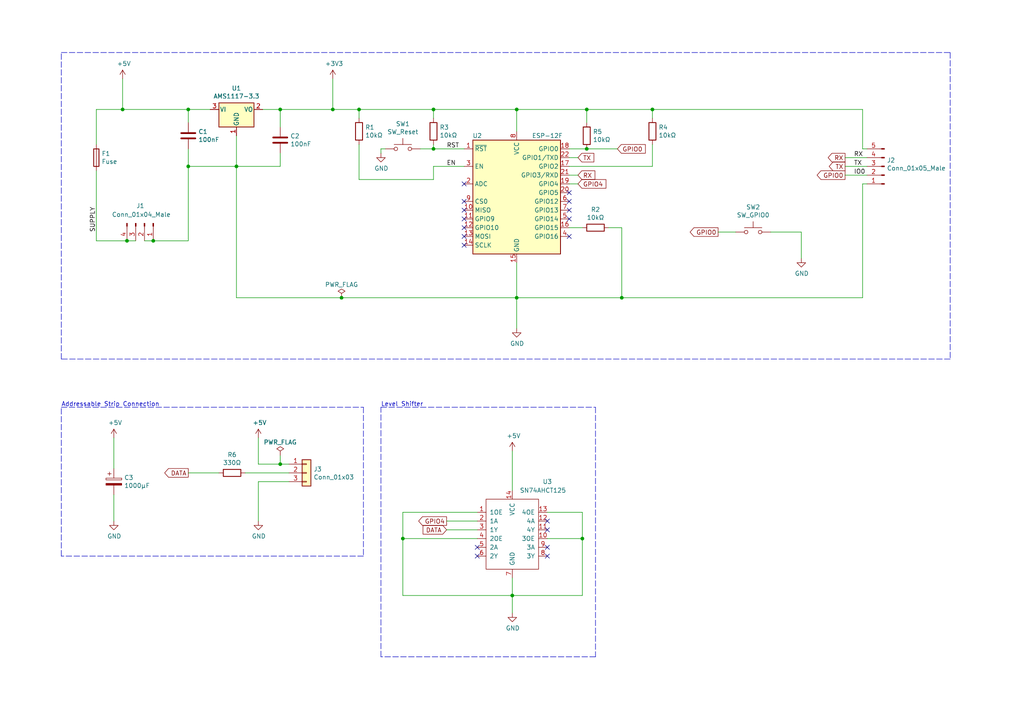
<source format=kicad_sch>
(kicad_sch (version 20211123) (generator eeschema)
  (paper "A4")
  (title_block (title "WS2812 Controller") (date "2022-01-30") (rev "0.6") (company "haus-automatisierung.com") (comment 1 "Matthias Kleine"))
  (lib_symbols
    (symbol "Connector:Conn_01x04_Male" (pin_names (offset 1.016) hide)
      (property "Reference" "J" (at 0 5.08 0))
      (property "Value" "Conn_01x04_Male" (at 0 -7.62 0))
      (symbol "Conn_01x04_Male_1_1"
        (polyline (pts (xy 1.27 -5.08) (xy 0.8636 -5.08)) (stroke (width 0.1524)))
        (polyline (pts (xy 1.27 -2.54) (xy 0.8636 -2.54)) (stroke (width 0.1524)))
        (polyline (pts (xy 1.27 0) (xy 0.8636 0)) (stroke (width 0.1524)))
        (polyline (pts (xy 1.27 2.54) (xy 0.8636 2.54)) (stroke (width 0.1524)))
        (rectangle (start 0.8636 -4.953) (end 0 -5.207) (stroke (width 0.1524)) (fill (type outline)))
        (rectangle (start 0.8636 -2.413) (end 0 -2.667) (stroke (width 0.1524)) (fill (type outline)))
        (rectangle (start 0.8636 0.127) (end 0 -0.127) (stroke (width 0.1524)) (fill (type outline)))
        (rectangle (start 0.8636 2.667) (end 0 2.413) (stroke (width 0.1524)) (fill (type outline)))
        (pin passive line (at 5.08 2.54 180) (length 3.81) (name "Pin_1") (number "1"))
        (pin passive line (at 5.08 0 180) (length 3.81) (name "Pin_2") (number "2"))
        (pin passive line (at 5.08 -2.54 180) (length 3.81) (name "Pin_3") (number "3"))
        (pin passive line (at 5.08 -5.08 180) (length 3.81) (name "Pin_4") (number "4"))
      )
    )
    (symbol "Connector:Conn_01x05_Male" (pin_names (offset 1.016) hide)
      (property "Reference" "J" (at 0 7.62 0))
      (property "Value" "Conn_01x05_Male" (at 0 -7.62 0))
      (symbol "Conn_01x05_Male_1_1"
        (polyline (pts (xy 1.27 -5.08) (xy 0.8636 -5.08)) (stroke (width 0.1524)))
        (polyline (pts (xy 1.27 -2.54) (xy 0.8636 -2.54)) (stroke (width 0.1524)))
        (polyline (pts (xy 1.27 0) (xy 0.8636 0)) (stroke (width 0.1524)))
        (polyline (pts (xy 1.27 2.54) (xy 0.8636 2.54)) (stroke (width 0.1524)))
        (polyline (pts (xy 1.27 5.08) (xy 0.8636 5.08)) (stroke (width 0.1524)))
        (rectangle (start 0.8636 -4.953) (end 0 -5.207) (stroke (width 0.1524)) (fill (type outline)))
        (rectangle (start 0.8636 -2.413) (end 0 -2.667) (stroke (width 0.1524)) (fill (type outline)))
        (rectangle (start 0.8636 0.127) (end 0 -0.127) (stroke (width 0.1524)) (fill (type outline)))
        (rectangle (start 0.8636 2.667) (end 0 2.413) (stroke (width 0.1524)) (fill (type outline)))
        (rectangle (start 0.8636 5.207) (end 0 4.953) (stroke (width 0.1524)) (fill (type outline)))
        (pin passive line (at 5.08 5.08 180) (length 3.81) (name "Pin_1") (number "1"))
        (pin passive line (at 5.08 2.54 180) (length 3.81) (name "Pin_2") (number "2"))
        (pin passive line (at 5.08 0 180) (length 3.81) (name "Pin_3") (number "3"))
        (pin passive line (at 5.08 -2.54 180) (length 3.81) (name "Pin_4") (number "4"))
        (pin passive line (at 5.08 -5.08 180) (length 3.81) (name "Pin_5") (number "5"))
      )
    )
    (symbol "Connector_Generic:Conn_01x03" (pin_names (offset 1.016) hide)
      (property "Reference" "J" (at 0 5.08 0))
      (property "Value" "Conn_01x03" (at 0 -5.08 0))
      (symbol "Conn_01x03_1_1"
        (rectangle (start -1.27 -2.413) (end 0 -2.667) (stroke (width 0.1524)))
        (rectangle (start -1.27 0.127) (end 0 -0.127) (stroke (width 0.1524)))
        (rectangle (start -1.27 2.667) (end 0 2.413) (stroke (width 0.1524)))
        (rectangle (start -1.27 3.81) (end 1.27 -3.81) (stroke (width 0.254)) (fill (type background)))
        (pin passive line (at -5.08 2.54 0) (length 3.81) (name "Pin_1") (number "1"))
        (pin passive line (at -5.08 0 0) (length 3.81) (name "Pin_2") (number "2"))
        (pin passive line (at -5.08 -2.54 0) (length 3.81) (name "Pin_3") (number "3"))
      )
    )
    (symbol "Custom Symbols CB:SN74AHCT125" (pin_names (offset 1.016))
      (property "Reference" "U" (at 2.54 -3.81 0))
      (property "Value" "SN74AHCT125" (at 2.54 -6.35 0))
      (symbol "SN74AHCT125_0_1"
        (rectangle (start -7.62 -7.62) (end 7.62 -27.94))
      )
      (symbol "SN74AHCT125_1_1"
        (pin input line (at -10.16 -11.43 0) (length 2.54) (name "1OE") (number "1"))
        (pin input line (at 10.16 -19.05 180) (length 2.54) (name "3OE") (number "10"))
        (pin output line (at 10.16 -16.51 180) (length 2.54) (name "4Y") (number "11"))
        (pin input line (at 10.16 -13.97 180) (length 2.54) (name "4A") (number "12"))
        (pin input line (at 10.16 -11.43 180) (length 2.54) (name "4OE") (number "13"))
        (pin power_in line (at 0 -5.08 270) (length 2.54) (name "VCC") (number "14"))
        (pin input line (at -10.16 -13.97 0) (length 2.54) (name "1A") (number "2"))
        (pin output line (at -10.16 -16.51 0) (length 2.54) (name "1Y") (number "3"))
        (pin input line (at -10.16 -19.05 0) (length 2.54) (name "2OE") (number "4"))
        (pin input line (at -10.16 -21.59 0) (length 2.54) (name "2A") (number "5"))
        (pin output line (at -10.16 -24.13 0) (length 2.54) (name "2Y") (number "6"))
        (pin power_in line (at 0 -30.48 90) (length 2.54) (name "GND") (number "7"))
        (pin output line (at 10.16 -24.13 180) (length 2.54) (name "3Y") (number "8"))
        (pin input line (at 10.16 -21.59 180) (length 2.54) (name "3A") (number "9"))
      )
    )
    (symbol "Device:C" (pin_numbers hide) (pin_names (offset 0.254))
      (property "Reference" "C" (at 0.635 2.54 0))
      (property "Value" "C" (at 0.635 -2.54 0))
      (symbol "C_0_1"
        (polyline (pts (xy -2.032 -0.762) (xy 2.032 -0.762)) (stroke (width 0.508)))
        (polyline (pts (xy -2.032 0.762) (xy 2.032 0.762)) (stroke (width 0.508)))
      )
      (symbol "C_1_1"
        (pin passive line (at 0 3.81 270) (length 2.794) (name "~") (number "1"))
        (pin passive line (at 0 -3.81 90) (length 2.794) (name "~") (number "2"))
      )
    )
    (symbol "Device:CP" (pin_numbers hide) (pin_names (offset 0.254))
      (property "Reference" "C" (at 0.635 2.54 0))
      (property "Value" "Device_CP" (at 0.635 -2.54 0))
      (symbol "CP_0_1"
        (rectangle (start -2.286 0.508) (end 2.286 1.016))
        (polyline (pts (xy -1.778 2.286) (xy -0.762 2.286)))
        (polyline (pts (xy -1.27 2.794) (xy -1.27 1.778)))
        (rectangle (start 2.286 -0.508) (end -2.286 -1.016) (fill (type outline)))
      )
      (symbol "CP_1_1"
        (pin passive line (at 0 3.81 270) (length 2.794) (name "~") (number "1"))
        (pin passive line (at 0 -3.81 90) (length 2.794) (name "~") (number "2"))
      )
    )
    (symbol "Device:Fuse" (pin_numbers hide) (pin_names (offset 0))
      (property "Reference" "F" (at 2.032 0 90))
      (property "Value" "Fuse" (at -1.905 0 90))
      (symbol "Fuse_0_1"
        (rectangle (start -0.762 -2.54) (end 0.762 2.54) (stroke (width 0.254)))
        (polyline (pts (xy 0 2.54) (xy 0 -2.54)))
      )
      (symbol "Fuse_1_1"
        (pin passive line (at 0 3.81 270) (length 1.27) (name "~") (number "1"))
        (pin passive line (at 0 -3.81 90) (length 1.27) (name "~") (number "2"))
      )
    )
    (symbol "Device:R" (pin_numbers hide) (pin_names (offset 0))
      (property "Reference" "R" (at 2.032 0 90))
      (property "Value" "R" (at 0 0 90))
      (symbol "R_0_1"
        (rectangle (start -1.016 -2.54) (end 1.016 2.54) (stroke (width 0.254)))
      )
      (symbol "R_1_1"
        (pin passive line (at 0 3.81 270) (length 1.27) (name "~") (number "1"))
        (pin passive line (at 0 -3.81 90) (length 1.27) (name "~") (number "2"))
      )
    )
    (symbol "RF_Module:ESP-12F"
      (property "Reference" "U" (at -12.7 19.05 0))
      (property "Value" "ESP-12F" (at 12.7 19.05 0))
      (symbol "ESP-12F_0_1"
        (rectangle (start -12.7 17.78) (end 12.7 -15.24) (stroke (width 0.254)) (fill (type background)))
      )
      (symbol "ESP-12F_1_1"
        (pin input line (at -15.24 15.24 0) (length 2.54) (name "~{RST}") (number "1"))
        (pin bidirectional line (at -15.24 -2.54 0) (length 2.54) (name "MISO") (number "10"))
        (pin bidirectional line (at -15.24 -5.08 0) (length 2.54) (name "GPIO9") (number "11"))
        (pin bidirectional line (at -15.24 -7.62 0) (length 2.54) (name "GPIO10") (number "12"))
        (pin bidirectional line (at -15.24 -10.16 0) (length 2.54) (name "MOSI") (number "13"))
        (pin bidirectional line (at -15.24 -12.7 0) (length 2.54) (name "SCLK") (number "14"))
        (pin power_in line (at 0 -17.78 90) (length 2.54) (name "GND") (number "15"))
        (pin bidirectional line (at 15.24 -7.62 180) (length 2.54) (name "GPIO15") (number "16"))
        (pin bidirectional line (at 15.24 10.16 180) (length 2.54) (name "GPIO2") (number "17"))
        (pin bidirectional line (at 15.24 15.24 180) (length 2.54) (name "GPIO0") (number "18"))
        (pin bidirectional line (at 15.24 5.08 180) (length 2.54) (name "GPIO4") (number "19"))
        (pin input line (at -15.24 5.08 0) (length 2.54) (name "ADC") (number "2"))
        (pin bidirectional line (at 15.24 2.54 180) (length 2.54) (name "GPIO5") (number "20"))
        (pin bidirectional line (at 15.24 7.62 180) (length 2.54) (name "GPIO3/RXD") (number "21"))
        (pin bidirectional line (at 15.24 12.7 180) (length 2.54) (name "GPIO1/TXD") (number "22"))
        (pin input line (at -15.24 10.16 0) (length 2.54) (name "EN") (number "3"))
        (pin bidirectional line (at 15.24 -10.16 180) (length 2.54) (name "GPIO16") (number "4"))
        (pin bidirectional line (at 15.24 -5.08 180) (length 2.54) (name "GPIO14") (number "5"))
        (pin bidirectional line (at 15.24 0 180) (length 2.54) (name "GPIO12") (number "6"))
        (pin bidirectional line (at 15.24 -2.54 180) (length 2.54) (name "GPIO13") (number "7"))
        (pin power_in line (at 0 20.32 270) (length 2.54) (name "VCC") (number "8"))
        (pin input line (at -15.24 0 0) (length 2.54) (name "CS0") (number "9"))
      )
    )
    (symbol "Regulator_Linear:AMS1117-3.3" (pin_names (offset 0.254))
      (property "Reference" "U" (at -3.81 3.175 0))
      (property "Value" "AMS1117-3.3" (at 0 3.175 0))
      (symbol "AMS1117-3.3_0_1"
        (rectangle (start -5.08 -5.08) (end 5.08 1.905) (stroke (width 0.254)) (fill (type background)))
      )
      (symbol "AMS1117-3.3_1_1"
        (pin power_in line (at 0 -7.62 90) (length 2.54) (name "GND") (number "1"))
        (pin power_out line (at 7.62 0 180) (length 2.54) (name "VO") (number "2"))
        (pin power_in line (at -7.62 0 0) (length 2.54) (name "VI") (number "3"))
      )
    )
    (symbol "Switch:SW_Push" (pin_numbers hide) (pin_names (offset 1.016) hide)
      (property "Reference" "SW" (at 1.27 2.54 0))
      (property "Value" "SW_Push" (at 0 -1.524 0))
      (symbol "SW_Push_0_1"
        (circle (center -2.032 0) (radius 0.508))
        (polyline (pts (xy 0 1.27) (xy 0 3.048)))
        (polyline (pts (xy 2.54 1.27) (xy -2.54 1.27)))
        (circle (center 2.032 0) (radius 0.508))
        (pin passive line (at -5.08 0 0) (length 2.54) (name "1") (number "1"))
        (pin passive line (at 5.08 0 180) (length 2.54) (name "2") (number "2"))
      )
    )
    (symbol "power:+3V3" (power) (pin_names (offset 0))
      (property "Value" "+3V3" (at 0 3.556 0))
      (symbol "+3V3_0_1"
        (polyline (pts (xy -0.762 1.27) (xy 0 2.54)))
        (polyline (pts (xy 0 0) (xy 0 2.54)))
        (polyline (pts (xy 0 2.54) (xy 0.762 1.27)))
      )
      (symbol "+3V3_1_1"
        (pin power_in line (at 0 0 90) (length 0) hide (name "+3V3") (number "1"))
      )
    )
    (symbol "power:+5V" (power) (pin_names (offset 0))
      (property "Value" "+5V" (at 0 3.556 0))
      (symbol "+5V_0_1"
        (polyline (pts (xy -0.762 1.27) (xy 0 2.54)))
        (polyline (pts (xy 0 0) (xy 0 2.54)))
        (polyline (pts (xy 0 2.54) (xy 0.762 1.27)))
      )
      (symbol "+5V_1_1"
        (pin power_in line (at 0 0 90) (length 0) hide (name "+5V") (number "1"))
      )
    )
    (symbol "power:GND" (power) (pin_names (offset 0))
      (property "Value" "GND" (at 0 -3.81 0))
      (symbol "GND_0_1"
        (polyline (pts (xy 0 0) (xy 0 -1.27) (xy 1.27 -1.27) (xy 0 -2.54) (xy -1.27 -1.27) (xy 0 -1.27)))
      )
      (symbol "GND_1_1"
        (pin power_in line (at 0 0 270) (length 0) hide (name "GND") (number "1"))
      )
    )
    (symbol "power:PWR_FLAG" (power) (pin_numbers hide) (pin_names (offset 0) hide)
      (property "Value" "PWR_FLAG" (at 0 3.81 0))
      (symbol "PWR_FLAG_0_0"
        (pin power_out line (at 0 0 90) (length 0) (name "pwr") (number "1"))
      )
      (symbol "PWR_FLAG_0_1"
        (polyline (pts (xy 0 0) (xy 0 1.27) (xy -1.016 1.905) (xy 0 2.54) (xy 1.016 1.905) (xy 0 1.27)))
      )
    )
  )
  (junction (at 36.83 69.85))
  (junction (at 35.56 31.75))
  (junction (at 116.84 156.21))
  (junction (at 180.34 86.36))
  (junction (at 125.73 31.75))
  (junction (at 81.28 31.75))
  (junction (at 149.86 86.36))
  (junction (at 149.86 31.75))
  (junction (at 168.91 156.21))
  (junction (at 148.59 172.72))
  (junction (at 125.73 43.18))
  (junction (at 68.58 48.26))
  (junction (at 81.28 134.62))
  (junction (at 99.06 86.36))
  (junction (at 170.18 31.75))
  (junction (at 170.18 43.18))
  (junction (at 104.14 31.75))
  (junction (at 54.61 48.26))
  (junction (at 189.23 31.75))
  (junction (at 54.61 31.75))
  (junction (at 44.45 69.85))
  (junction (at 96.52 31.75))
  (no_connect (at 165.1 55.88))
  (no_connect (at 158.75 153.67))
  (no_connect (at 134.62 53.34))
  (no_connect (at 134.62 68.58))
  (no_connect (at 165.1 60.96))
  (no_connect (at 134.62 58.42))
  (no_connect (at 134.62 60.96))
  (no_connect (at 134.62 71.12))
  (no_connect (at 138.43 158.75))
  (no_connect (at 158.75 151.13))
  (no_connect (at 134.62 66.04))
  (no_connect (at 165.1 68.58))
  (no_connect (at 165.1 63.5))
  (no_connect (at 158.75 161.29))
  (no_connect (at 138.43 161.29))
  (no_connect (at 165.1 58.42))
  (no_connect (at 134.62 63.5))
  (no_connect (at 158.75 158.75))
  (wire (pts (xy 33.02 151.13) (xy 33.02 143.51)))
  (polyline (pts (xy 110.49 190.5) (xy 110.49 118.11)))
  (polyline (pts (xy 17.78 15.24) (xy 275.59 15.24)))
  (wire (pts (xy 245.11 50.8) (xy 251.46 50.8)))
  (wire (pts (xy 35.56 31.75) (xy 35.56 22.86)))
  (wire (pts (xy 250.19 43.18) (xy 250.19 31.75)))
  (polyline (pts (xy 172.72 190.5) (xy 110.49 190.5)))
  (wire (pts (xy 54.61 31.75) (xy 60.96 31.75)))
  (wire (pts (xy 81.28 31.75) (xy 96.52 31.75)))
  (wire (pts (xy 170.18 35.56) (xy 170.18 31.75)))
  (wire (pts (xy 125.73 52.07) (xy 104.14 52.07)))
  (wire (pts (xy 104.14 34.29) (xy 104.14 31.75)))
  (wire (pts (xy 104.14 52.07) (xy 104.14 41.91)))
  (wire (pts (xy 149.86 31.75) (xy 149.86 38.1)))
  (wire (pts (xy 232.41 67.31) (xy 232.41 74.93)))
  (wire (pts (xy 54.61 43.18) (xy 54.61 48.26)))
  (wire (pts (xy 74.93 139.7) (xy 83.82 139.7)))
  (wire (pts (xy 125.73 48.26) (xy 125.73 52.07)))
  (wire (pts (xy 167.64 50.8) (xy 165.1 50.8)))
  (wire (pts (xy 167.64 53.34) (xy 165.1 53.34)))
  (wire (pts (xy 148.59 172.72) (xy 116.84 172.72)))
  (wire (pts (xy 125.73 43.18) (xy 121.92 43.18)))
  (wire (pts (xy 208.28 67.31) (xy 213.36 67.31)))
  (wire (pts (xy 129.54 151.13) (xy 138.43 151.13)))
  (wire (pts (xy 54.61 137.16) (xy 63.5 137.16)))
  (wire (pts (xy 76.2 31.75) (xy 81.28 31.75)))
  (wire (pts (xy 41.91 69.85) (xy 44.45 69.85)))
  (wire (pts (xy 39.37 69.85) (xy 36.83 69.85)))
  (wire (pts (xy 189.23 34.29) (xy 189.23 31.75)))
  (wire (pts (xy 81.28 132.08) (xy 81.28 134.62)))
  (wire (pts (xy 96.52 22.86) (xy 96.52 31.75)))
  (wire (pts (xy 245.11 45.72) (xy 251.46 45.72)))
  (wire (pts (xy 189.23 48.26) (xy 189.23 41.91)))
  (wire (pts (xy 54.61 48.26) (xy 68.58 48.26)))
  (polyline (pts (xy 275.59 104.14) (xy 17.78 104.14)))
  (wire (pts (xy 81.28 36.83) (xy 81.28 31.75)))
  (wire (pts (xy 165.1 43.18) (xy 170.18 43.18)))
  (wire (pts (xy 44.45 69.85) (xy 54.61 69.85)))
  (wire (pts (xy 149.86 31.75) (xy 170.18 31.75)))
  (wire (pts (xy 81.28 44.45) (xy 81.28 48.26)))
  (polyline (pts (xy 105.41 118.11) (xy 105.41 161.29)))
  (wire (pts (xy 168.91 66.04) (xy 165.1 66.04)))
  (wire (pts (xy 158.75 156.21) (xy 168.91 156.21)))
  (wire (pts (xy 96.52 31.75) (xy 104.14 31.75)))
  (wire (pts (xy 36.83 69.85) (xy 27.94 69.85)))
  (wire (pts (xy 158.75 148.59) (xy 168.91 148.59)))
  (wire (pts (xy 116.84 148.59) (xy 116.84 156.21)))
  (wire (pts (xy 125.73 34.29) (xy 125.73 31.75)))
  (polyline (pts (xy 275.59 15.24) (xy 275.59 104.14)))
  (wire (pts (xy 110.49 43.18) (xy 110.49 44.45)))
  (wire (pts (xy 251.46 53.34) (xy 250.19 53.34)))
  (wire (pts (xy 125.73 31.75) (xy 149.86 31.75)))
  (wire (pts (xy 189.23 31.75) (xy 170.18 31.75)))
  (wire (pts (xy 134.62 43.18) (xy 125.73 43.18)))
  (wire (pts (xy 148.59 130.81) (xy 148.59 142.24)))
  (wire (pts (xy 250.19 53.34) (xy 250.19 86.36)))
  (wire (pts (xy 149.86 76.2) (xy 149.86 86.36)))
  (polyline (pts (xy 110.49 118.11) (xy 172.72 118.11)))
  (wire (pts (xy 74.93 151.13) (xy 74.93 139.7)))
  (polyline (pts (xy 17.78 104.14) (xy 17.78 15.24)))
  (wire (pts (xy 74.93 134.62) (xy 81.28 134.62)))
  (wire (pts (xy 27.94 31.75) (xy 35.56 31.75)))
  (wire (pts (xy 54.61 35.56) (xy 54.61 31.75)))
  (wire (pts (xy 68.58 48.26) (xy 81.28 48.26)))
  (wire (pts (xy 33.02 127) (xy 33.02 135.89)))
  (wire (pts (xy 149.86 86.36) (xy 149.86 95.25)))
  (wire (pts (xy 168.91 148.59) (xy 168.91 156.21)))
  (wire (pts (xy 111.76 43.18) (xy 110.49 43.18)))
  (wire (pts (xy 180.34 86.36) (xy 250.19 86.36)))
  (wire (pts (xy 74.93 127) (xy 74.93 134.62)))
  (wire (pts (xy 99.06 86.36) (xy 149.86 86.36)))
  (wire (pts (xy 251.46 43.18) (xy 250.19 43.18)))
  (wire (pts (xy 189.23 31.75) (xy 250.19 31.75)))
  (wire (pts (xy 165.1 48.26) (xy 189.23 48.26)))
  (wire (pts (xy 104.14 31.75) (xy 125.73 31.75)))
  (wire (pts (xy 138.43 156.21) (xy 116.84 156.21)))
  (wire (pts (xy 232.41 67.31) (xy 223.52 67.31)))
  (wire (pts (xy 27.94 41.91) (xy 27.94 31.75)))
  (wire (pts (xy 148.59 177.8) (xy 148.59 172.72)))
  (polyline (pts (xy 17.78 118.11) (xy 105.41 118.11)))
  (wire (pts (xy 54.61 69.85) (xy 54.61 48.26)))
  (wire (pts (xy 167.64 45.72) (xy 165.1 45.72)))
  (wire (pts (xy 180.34 66.04) (xy 180.34 86.36)))
  (wire (pts (xy 149.86 86.36) (xy 180.34 86.36)))
  (wire (pts (xy 138.43 148.59) (xy 116.84 148.59)))
  (wire (pts (xy 71.12 137.16) (xy 83.82 137.16)))
  (wire (pts (xy 168.91 156.21) (xy 168.91 172.72)))
  (wire (pts (xy 125.73 41.91) (xy 125.73 43.18)))
  (wire (pts (xy 81.28 134.62) (xy 83.82 134.62)))
  (wire (pts (xy 68.58 39.37) (xy 68.58 48.26)))
  (polyline (pts (xy 172.72 118.11) (xy 172.72 190.5)))
  (polyline (pts (xy 105.41 161.29) (xy 17.78 161.29)))
  (wire (pts (xy 68.58 48.26) (xy 68.58 86.36)))
  (wire (pts (xy 68.58 86.36) (xy 99.06 86.36)))
  (wire (pts (xy 134.62 48.26) (xy 125.73 48.26)))
  (wire (pts (xy 168.91 172.72) (xy 148.59 172.72)))
  (wire (pts (xy 179.07 43.18) (xy 170.18 43.18)))
  (wire (pts (xy 176.53 66.04) (xy 180.34 66.04)))
  (wire (pts (xy 245.11 48.26) (xy 251.46 48.26)))
  (wire (pts (xy 35.56 31.75) (xy 54.61 31.75)))
  (wire (pts (xy 148.59 172.72) (xy 148.59 167.64)))
  (wire (pts (xy 116.84 172.72) (xy 116.84 156.21)))
  (wire (pts (xy 138.43 153.67) (xy 129.54 153.67)))
  (polyline (pts (xy 17.78 161.29) (xy 17.78 118.11)))
  (wire (pts (xy 27.94 69.85) (xy 27.94 49.53)))
  (text "Addressable Strip Connection" (at 17.78 118.11 0) (effects (font (size 1.27 1.27)) (justify left bottom)))
  (text "Level Shifter" (at 110.49 118.11 0) (effects (font (size 1.27 1.27)) (justify left bottom)))
  (label "TX" (at 247.65 48.26 0))
  (label "RX" (at 247.65 45.72 0))
  (label "IO0" (at 247.65 50.8 0))
  (label "EN" (at 129.54 48.26 0))
  (label "SUPPLY" (at 27.94 67.31 90))
  (label "RST" (at 129.54 43.18 0))
  (global_label "GPIO0" (shape output) (at 208.28 67.31 180) (property "Intersheet References" "${INTERSHEET_REFS}" (effects hide)))
  (global_label "DATA" (shape output) (at 54.61 137.16 180) (property "Intersheet References" "${INTERSHEET_REFS}" (effects hide)))
  (global_label "GPIO0" (shape output) (at 245.11 50.8 180) (property "Intersheet References" "${INTERSHEET_REFS}" (effects hide)))
  (global_label "RX" (shape output) (at 245.11 45.72 180) (property "Intersheet References" "${INTERSHEET_REFS}" (effects hide)))
  (global_label "TX" (shape output) (at 245.11 48.26 180) (property "Intersheet References" "${INTERSHEET_REFS}" (effects hide)))
  (global_label "RX" (shape input) (at 167.64 50.8 0) (property "Intersheet References" "${INTERSHEET_REFS}" (effects hide)))
  (global_label "DATA" (shape input) (at 129.54 153.67 180) (property "Intersheet References" "${INTERSHEET_REFS}" (effects hide)))
  (global_label "TX" (shape input) (at 167.64 45.72 0) (property "Intersheet References" "${INTERSHEET_REFS}" (effects hide)))
  (global_label "GPIO0" (shape input) (at 179.07 43.18 0) (property "Intersheet References" "${INTERSHEET_REFS}" (effects hide)))
  (global_label "GPIO4" (shape input) (at 167.64 53.34 0) (property "Intersheet References" "${INTERSHEET_REFS}" (effects hide)))
  (global_label "GPIO4" (shape output) (at 129.54 151.13 180) (property "Intersheet References" "${INTERSHEET_REFS}" (effects hide)))
  (symbol (lib_id "RF_Module:ESP-12F") (at 149.86 58.42 0) (unit 1)
    (property "Reference" "U2" (at 138.43 39.37 0))
    (property "Value" "ESP-12F" (at 158.75 39.37 0))
    (property "Footprint" "RF_Module:ESP-12E" (effects hide))
    (property "Datasheet" "http://wiki.ai-thinker.com/_media/esp8266/esp8266_series_modules_user_manual_v1.1.pdf" (effects hide))
  )
  (symbol (lib_id "Device:R") (at 172.72 66.04 90) (unit 1)
    (property "Reference" "R2" (at 172.72 60.7822 90))
    (property "Value" "10kΩ" (at 172.72 63.0936 90))
    (property "Footprint" "Resistor_SMD:R_0805_2012Metric_Pad1.20x1.40mm_HandSolder" (effects hide))
  )
  (symbol (lib_id "power:GND") (at 149.86 95.25 0) (unit 1)
    (property "Reference" "#PWR04" (effects hide))
    (property "Value" "GND" (at 149.987 99.6442 0))
  )
  (symbol (lib_id "power:+5V") (at 35.56 22.86 0) (unit 1)
    (property "Reference" "#PWR01" (effects hide))
    (property "Value" "+5V" (at 35.941 18.4658 0))
  )
  (symbol (lib_id "Regulator_Linear:AMS1117-3.3") (at 68.58 31.75 0) (unit 1)
    (property "Reference" "U1" (at 68.58 25.6032 0))
    (property "Value" "AMS1117-3.3" (at 68.58 27.9146 0))
    (property "Footprint" "Package_TO_SOT_SMD:SOT-223-3_TabPin2" (effects hide))
    (property "Datasheet" "http://www.advanced-monolithic.com/pdf/ds1117.pdf" (effects hide))
  )
  (symbol (lib_id "Switch:SW_Push") (at 218.44 67.31 0) (unit 1)
    (property "Reference" "SW2" (at 218.44 60.071 0))
    (property "Value" "SW_GPIO0" (at 218.44 62.3824 0))
    (property "Footprint" "Button_Switch_SMD:SW_SPST_CK_RS282G05A3" (effects hide))
  )
  (symbol (lib_id "Switch:SW_Push") (at 116.84 43.18 0) (unit 1)
    (property "Reference" "SW1" (at 116.84 35.941 0))
    (property "Value" "SW_Reset" (at 116.84 38.2524 0))
    (property "Footprint" "Button_Switch_SMD:SW_SPST_CK_RS282G05A3" (effects hide))
  )
  (symbol (lib_id "power:+3V3") (at 96.52 22.86 0) (unit 1)
    (property "Reference" "#PWR02" (effects hide))
    (property "Value" "+3V3" (at 96.901 18.4658 0))
  )
  (symbol (lib_id "Device:C") (at 54.61 39.37 0) (unit 1)
    (property "Reference" "C1" (at 57.531 38.2016 0) (effects (justify left)))
    (property "Value" "100nF" (at 57.531 40.513 0) (effects (justify left)))
    (property "Footprint" "Capacitor_SMD:C_0805_2012Metric_Pad1.18x1.45mm_HandSolder" (effects hide))
  )
  (symbol (lib_id "Device:R") (at 104.14 38.1 0) (unit 1)
    (property "Reference" "R1" (at 105.918 36.9316 0) (effects (justify left)))
    (property "Value" "10kΩ" (at 105.918 39.243 0) (effects (justify left)))
    (property "Footprint" "Resistor_SMD:R_0805_2012Metric_Pad1.20x1.40mm_HandSolder" (effects hide))
  )
  (symbol (lib_id "Connector:Conn_01x05_Male") (at 256.54 48.26 180) (unit 1)
    (property "Reference" "J2" (at 257.2258 46.482 0) (effects (justify right)))
    (property "Value" "Conn_01x05_Male" (at 257.2258 48.7934 0) (effects (justify right)))
    (property "Footprint" "Connector_PinHeader_2.54mm:PinHeader_1x05_P2.54mm_Vertical" (effects hide))
  )
  (symbol (lib_id "Device:C") (at 81.28 40.64 0) (unit 1)
    (property "Reference" "C2" (at 84.201 39.4716 0) (effects (justify left)))
    (property "Value" "100nF" (at 84.201 41.783 0) (effects (justify left)))
    (property "Footprint" "Capacitor_SMD:C_0805_2012Metric_Pad1.18x1.45mm_HandSolder" (effects hide))
  )
  (symbol (lib_id "power:GND") (at 110.49 44.45 0) (unit 1)
    (property "Reference" "#PWR0103" (effects hide))
    (property "Value" "GND" (at 110.617 48.8442 0))
  )
  (symbol (lib_id "Device:R") (at 189.23 38.1 0) (unit 1)
    (property "Reference" "R4" (at 191.008 36.9316 0) (effects (justify left)))
    (property "Value" "10kΩ" (at 191.008 39.243 0) (effects (justify left)))
    (property "Footprint" "Resistor_SMD:R_0805_2012Metric_Pad1.20x1.40mm_HandSolder" (effects hide))
  )
  (symbol (lib_id "power:GND") (at 232.41 74.93 0) (unit 1)
    (property "Reference" "#PWR05" (effects hide))
    (property "Value" "GND" (at 232.537 79.3242 0))
  )
  (symbol (lib_id "Device:R") (at 170.18 39.37 0) (unit 1)
    (property "Reference" "R5" (at 171.958 38.2016 0) (effects (justify left)))
    (property "Value" "10kΩ" (at 171.958 40.513 0) (effects (justify left)))
    (property "Footprint" "Resistor_SMD:R_0805_2012Metric_Pad1.20x1.40mm_HandSolder" (effects hide))
  )
  (symbol (lib_id "Device:R") (at 125.73 38.1 0) (unit 1)
    (property "Reference" "R3" (at 127.508 36.9316 0) (effects (justify left)))
    (property "Value" "10kΩ" (at 127.508 39.243 0) (effects (justify left)))
    (property "Footprint" "Resistor_SMD:R_0805_2012Metric_Pad1.20x1.40mm_HandSolder" (effects hide))
  )
  (symbol (lib_id "Device:CP") (at 33.02 139.7 0) (unit 1)
    (property "Reference" "C3" (at 36.0172 138.5316 0) (effects (justify left)))
    (property "Value" "1000µF" (at 36.0172 140.843 0) (effects (justify left)))
    (property "Footprint" "Capacitor_THT:CP_Radial_D8.0mm_P3.80mm" (effects hide))
  )
  (symbol (lib_id "power:+5V") (at 33.02 127 0) (unit 1)
    (property "Reference" "#PWR03" (effects hide))
    (property "Value" "+5V" (at 33.401 122.6058 0))
  )
  (symbol (lib_id "power:GND") (at 33.02 151.13 0) (unit 1)
    (property "Reference" "#PWR06" (effects hide))
    (property "Value" "GND" (at 33.147 155.5242 0))
  )
  (symbol (lib_id "Connector_Generic:Conn_01x03") (at 88.9 137.16 0) (unit 1)
    (property "Reference" "J3" (at 90.932 136.0932 0) (effects (justify left)))
    (property "Value" "Conn_01x03" (at 90.932 138.4046 0) (effects (justify left)))
    (property "Footprint" "TerminalBlock_Phoenix:TerminalBlock_Phoenix_MPT-0,5-3-2.54_1x03_P2.54mm_Horizontal" (effects hide))
  )
  (symbol (lib_id "Device:R") (at 67.31 137.16 270) (unit 1)
    (property "Reference" "R6" (at 67.31 131.9022 90))
    (property "Value" "330Ω" (at 67.31 134.2136 90))
    (property "Footprint" "Resistor_SMD:R_0805_2012Metric_Pad1.20x1.40mm_HandSolder" (effects hide))
  )
  (symbol (lib_id "power:+5V") (at 74.93 127 0) (unit 1)
    (property "Reference" "#PWR0101" (effects hide))
    (property "Value" "+5V" (at 75.311 122.6058 0))
  )
  (symbol (lib_id "power:GND") (at 74.93 151.13 0) (unit 1)
    (property "Reference" "#PWR0102" (effects hide))
    (property "Value" "GND" (at 75.057 155.5242 0))
  )
  (symbol (lib_id "Device:Fuse") (at 27.94 45.72 0) (unit 1)
    (property "Reference" "F1" (at 29.464 44.5516 0) (effects (justify left)))
    (property "Value" "Fuse" (at 29.464 46.863 0) (effects (justify left)))
    (property "Footprint" "Custom Footprints CB:Fuse-PTF75_Stelvio" (effects hide))
  )
  (symbol (lib_id "Connector:Conn_01x04_Male") (at 41.91 64.77 270) (unit 1)
    (property "Reference" "J1" (at 41.91 59.69 90) (effects (justify right)))
    (property "Value" "Conn_01x04_Male" (at 49.53 62.23 90) (effects (justify right)))
    (property "Footprint" "TerminalBlock_Phoenix:TerminalBlock_Phoenix_MPT-0,5-4-2.54_1x04_P2.54mm_Horizontal" (effects hide))
  )
  (symbol (lib_id "Custom Symbols CB:SN74AHCT125") (at 148.59 137.16 0) (unit 1)
    (property "Reference" "U3" (at 158.75 139.7 0))
    (property "Value" "SN74AHCT125" (at 157.48 142.24 0))
    (property "Footprint" "Custom Footprints CB:SN74AHCT125D" (effects hide))
  )
  (symbol (lib_id "power:+5V") (at 148.59 130.81 0) (unit 1)
    (property "Reference" "#PWR0104" (effects hide))
    (property "Value" "+5V" (at 148.971 126.4158 0))
  )
  (symbol (lib_id "power:GND") (at 148.59 177.8 0) (unit 1)
    (property "Reference" "#PWR0105" (effects hide))
    (property "Value" "GND" (at 148.717 182.1942 0))
  )
  (symbol (lib_id "power:PWR_FLAG") (at 81.28 132.08 0) (unit 1)
    (property "Reference" "#FLG0101" (effects hide))
    (property "Value" "PWR_FLAG" (at 81.28 128.27 0))
  )
  (symbol (lib_id "power:PWR_FLAG") (at 99.06 86.36 0) (unit 1)
    (property "Reference" "#FLG0102" (effects hide))
    (property "Value" "PWR_FLAG" (at 99.06 82.55 0))
  )
)
</source>
